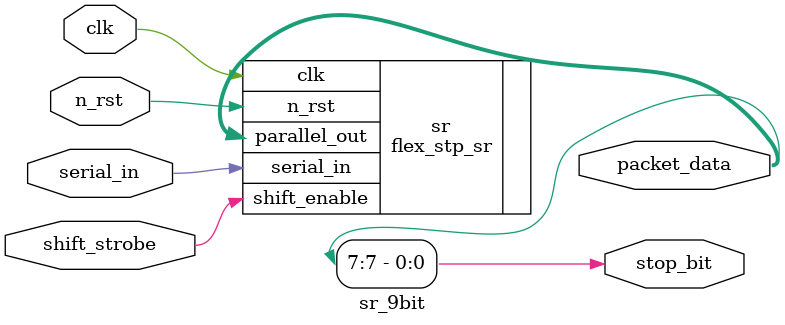
<source format=sv>
module sr_9bit(
    input logic clk,
    input logic n_rst,
    input logic shift_strobe,
    input logic serial_in,
    output logic [7:0] packet_data,
    output logic stop_bit
);
    assign stop_bit = packet_data[7];
    flex_stp_sr #(.NUM_BITS(8)) sr (
        .clk(clk), 
        .n_rst(n_rst), 
        .shift_enable(shift_strobe),
        .serial_in(serial_in),
        .parallel_out(packet_data)
    );
endmodule
</source>
